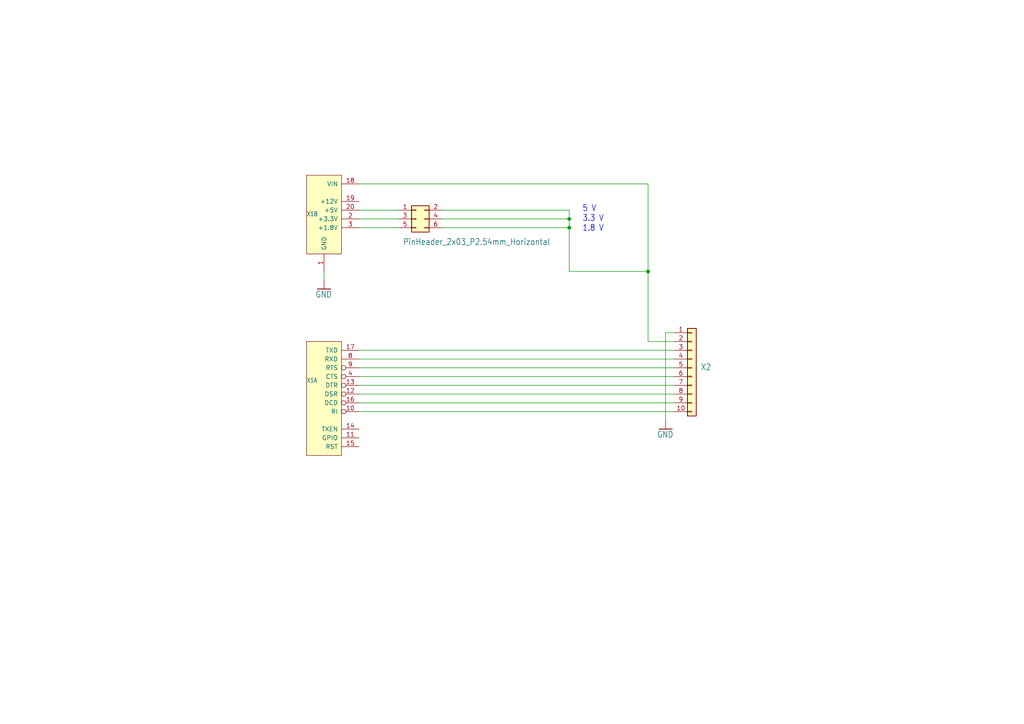
<source format=kicad_sch>
(kicad_sch (version 20230121) (generator eeschema)
  (paper "A4")
  (title_block (date "2023-06-26"))
  (lib_symbols
    (symbol "AllSerial TTL-eagle-import:GND" (power)
      (property "Value" "GND" (at -2.54 -2.54 0))
      (symbol "GND_1_0"
        (polyline (pts (xy -1.905 0) (xy 1.905 0)) (stroke (width 0.254)))
        (pin power_in line (at 0 2.54 270) (length 2.54) (name "GND") (number "1"))
      )
    )
    (symbol "AllSerial:AllSerial_Connector" (pin_names (offset 1.016))
      (property "Reference" "X" (at -5.08 19.05 0))
      (symbol "AllSerial_Connector_1_0"
        (pin input inverted (at 10.16 -2.54 180) (length 5.08) (name "RI") (number "10"))
        (pin bidirectional line (at 10.16 -10.16 180) (length 5.08) (name "GPIO") (number "11"))
        (pin input inverted (at 10.16 2.54 180) (length 5.08) (name "DSR") (number "12"))
        (pin output inverted (at 10.16 5.08 180) (length 5.08) (name "DTR") (number "13"))
        (pin output line (at 10.16 -7.62 180) (length 5.08) (name "TXEN") (number "14"))
        (pin bidirectional line (at 10.16 -12.7 180) (length 5.08) (name "RST") (number "15"))
        (pin input inverted (at 10.16 0 180) (length 5.08) (name "DCD") (number "16"))
        (pin output line (at 10.16 15.24 180) (length 5.08) (name "TXD") (number "17"))
        (pin input inverted (at 10.16 7.62 180) (length 5.08) (name "CTS") (number "4"))
        (pin input line (at 10.16 12.7 180) (length 5.08) (name "RXD") (number "8"))
        (pin output inverted (at 10.16 10.16 180) (length 5.08) (name "RTS") (number "9"))
      )
      (symbol "AllSerial_Connector_1_1"
        (rectangle (start -5.08 17.78) (end 5.08 -15.24) (fill (type background)))
      )
      (symbol "AllSerial_Connector_2_0"
        (pin bidirectional line (at 0 -10.16 90) (length 5.08) (name "GND") (number "1"))
        (pin bidirectional line (at 10.16 15.24 180) (length 5.08) (name "VIN") (number "18"))
        (pin bidirectional line (at 10.16 10.16 180) (length 5.08) (name "+12V") (number "19"))
        (pin bidirectional line (at 10.16 5.08 180) (length 5.08) (name "+3.3V") (number "2"))
        (pin bidirectional line (at 10.16 7.62 180) (length 5.08) (name "+5V") (number "20"))
        (pin bidirectional line (at 10.16 2.54 180) (length 5.08) (name "+1.8V") (number "3"))
      )
      (symbol "AllSerial_Connector_2_1"
        (rectangle (start -5.08 17.78) (end 5.08 -5.08) (fill (type background)))
      )
      (symbol "AllSerial_Connector_3_0"
        (pin bidirectional line (at 10.16 10.16 180) (length 5.08) (name "D-") (number "5"))
        (pin bidirectional line (at 10.16 12.7 180) (length 5.08) (name "D+") (number "6"))
        (pin bidirectional line (at 10.16 15.24 180) (length 5.08) (name "VUSB") (number "7"))
      )
      (symbol "AllSerial_Connector_3_1"
        (rectangle (start -5.08 17.78) (end 5.08 7.62) (fill (type background)))
      )
    )
    (symbol "Connector_Generic:Conn_01x10" (pin_names (offset 1.016) hide)
      (property "Reference" "J" (at 0 12.7 0))
      (property "Value" "Conn_01x10" (at 0 -15.24 0))
      (symbol "Conn_01x10_1_1"
        (rectangle (start -1.27 -12.573) (end 0 -12.827) (stroke (width 0.1524)))
        (rectangle (start -1.27 -10.033) (end 0 -10.287) (stroke (width 0.1524)))
        (rectangle (start -1.27 -7.493) (end 0 -7.747) (stroke (width 0.1524)))
        (rectangle (start -1.27 -4.953) (end 0 -5.207) (stroke (width 0.1524)))
        (rectangle (start -1.27 -2.413) (end 0 -2.667) (stroke (width 0.1524)))
        (rectangle (start -1.27 0.127) (end 0 -0.127) (stroke (width 0.1524)))
        (rectangle (start -1.27 2.667) (end 0 2.413) (stroke (width 0.1524)))
        (rectangle (start -1.27 5.207) (end 0 4.953) (stroke (width 0.1524)))
        (rectangle (start -1.27 7.747) (end 0 7.493) (stroke (width 0.1524)))
        (rectangle (start -1.27 10.287) (end 0 10.033) (stroke (width 0.1524)))
        (rectangle (start -1.27 11.43) (end 1.27 -13.97) (stroke (width 0.254)) (fill (type background)))
        (pin passive line (at -5.08 10.16 0) (length 3.81) (name "Pin_1") (number "1"))
        (pin passive line (at -5.08 -12.7 0) (length 3.81) (name "Pin_10") (number "10"))
        (pin passive line (at -5.08 7.62 0) (length 3.81) (name "Pin_2") (number "2"))
        (pin passive line (at -5.08 5.08 0) (length 3.81) (name "Pin_3") (number "3"))
        (pin passive line (at -5.08 2.54 0) (length 3.81) (name "Pin_4") (number "4"))
        (pin passive line (at -5.08 0 0) (length 3.81) (name "Pin_5") (number "5"))
        (pin passive line (at -5.08 -2.54 0) (length 3.81) (name "Pin_6") (number "6"))
        (pin passive line (at -5.08 -5.08 0) (length 3.81) (name "Pin_7") (number "7"))
        (pin passive line (at -5.08 -7.62 0) (length 3.81) (name "Pin_8") (number "8"))
        (pin passive line (at -5.08 -10.16 0) (length 3.81) (name "Pin_9") (number "9"))
      )
    )
    (symbol "Connector_Generic:Conn_02x03_Odd_Even" (pin_names (offset 1.016) hide)
      (property "Reference" "J" (at 1.27 5.08 0))
      (property "Value" "Conn_02x03_Odd_Even" (at 1.27 -5.08 0))
      (symbol "Conn_02x03_Odd_Even_1_1"
        (rectangle (start -1.27 -2.413) (end 0 -2.667) (stroke (width 0.1524)))
        (rectangle (start -1.27 0.127) (end 0 -0.127) (stroke (width 0.1524)))
        (rectangle (start -1.27 2.667) (end 0 2.413) (stroke (width 0.1524)))
        (rectangle (start -1.27 3.81) (end 3.81 -3.81) (stroke (width 0.254)) (fill (type background)))
        (rectangle (start 3.81 -2.413) (end 2.54 -2.667) (stroke (width 0.1524)))
        (rectangle (start 3.81 0.127) (end 2.54 -0.127) (stroke (width 0.1524)))
        (rectangle (start 3.81 2.667) (end 2.54 2.413) (stroke (width 0.1524)))
        (pin passive line (at -5.08 2.54 0) (length 3.81) (name "Pin_1") (number "1"))
        (pin passive line (at 7.62 2.54 180) (length 3.81) (name "Pin_2") (number "2"))
        (pin passive line (at -5.08 0 0) (length 3.81) (name "Pin_3") (number "3"))
        (pin passive line (at 7.62 0 180) (length 3.81) (name "Pin_4") (number "4"))
        (pin passive line (at -5.08 -2.54 0) (length 3.81) (name "Pin_5") (number "5"))
        (pin passive line (at 7.62 -2.54 180) (length 3.81) (name "Pin_6") (number "6"))
      )
    )
  )
  (junction (at 165.1 66.04))
  (junction (at 165.1 63.5))
  (junction (at 187.96 78.74))
  (wire (pts (xy 128.27 66.04) (xy 129.54 66.04)))
  (wire (pts (xy 195.58 104.14) (xy 104.14 104.14)) (stroke (width 0.1524)))
  (wire (pts (xy 93.98 81.28) (xy 93.98 78.74)) (stroke (width 0.1524)))
  (wire (pts (xy 195.58 109.22) (xy 104.14 109.22)) (stroke (width 0.1524)))
  (wire (pts (xy 104.14 53.34) (xy 187.96 53.34)) (stroke (width 0.1524)))
  (wire (pts (xy 129.54 63.5) (xy 165.1 63.5)) (stroke (width 0.1524)))
  (wire (pts (xy 104.14 63.5) (xy 114.3 63.5)) (stroke (width 0.1524)))
  (wire (pts (xy 165.1 63.5) (xy 165.1 60.96)) (stroke (width 0.1524)))
  (wire (pts (xy 195.58 99.06) (xy 187.96 99.06)) (stroke (width 0.1524)))
  (wire (pts (xy 193.04 96.52) (xy 193.04 121.92)) (stroke (width 0.1524)))
  (wire (pts (xy 104.14 60.96) (xy 114.3 60.96)) (stroke (width 0.1524)))
  (wire (pts (xy 195.58 111.76) (xy 104.14 111.76)) (stroke (width 0.1524)))
  (wire (pts (xy 195.58 119.38) (xy 104.14 119.38)) (stroke (width 0.1524)))
  (wire (pts (xy 129.54 66.04) (xy 165.1 66.04)) (stroke (width 0.1524)))
  (wire (pts (xy 114.3 63.5) (xy 115.57 63.5)))
  (wire (pts (xy 114.3 60.96) (xy 115.57 60.96)))
  (wire (pts (xy 104.14 106.68) (xy 195.58 106.68)) (stroke (width 0.1524)))
  (wire (pts (xy 165.1 78.74) (xy 165.1 66.04)) (stroke (width 0.1524)))
  (wire (pts (xy 187.96 53.34) (xy 187.96 78.74)) (stroke (width 0.1524)))
  (wire (pts (xy 195.58 96.52) (xy 193.04 96.52)) (stroke (width 0.1524)))
  (wire (pts (xy 195.58 114.3) (xy 104.14 114.3)) (stroke (width 0.1524)))
  (wire (pts (xy 129.54 60.96) (xy 165.1 60.96)) (stroke (width 0.1524)))
  (wire (pts (xy 165.1 78.74) (xy 187.96 78.74)) (stroke (width 0.1524)))
  (wire (pts (xy 104.14 116.84) (xy 195.58 116.84)) (stroke (width 0.1524)))
  (wire (pts (xy 114.3 66.04) (xy 115.57 66.04)))
  (wire (pts (xy 165.1 66.04) (xy 165.1 63.5)) (stroke (width 0.1524)))
  (wire (pts (xy 128.27 63.5) (xy 129.54 63.5)))
  (wire (pts (xy 104.14 66.04) (xy 114.3 66.04)) (stroke (width 0.1524)))
  (wire (pts (xy 187.96 78.74) (xy 187.96 99.06)) (stroke (width 0.1524)))
  (wire (pts (xy 195.58 101.6) (xy 104.14 101.6)) (stroke (width 0.1524)))
  (wire (pts (xy 128.27 60.96) (xy 129.54 60.96)))
  (text "5 V\n3.3 V\n1.8 V" (at 168.91 67.31 0) (effects (font (size 1.778 1.5113)) (justify left bottom)))
  (symbol (lib_id "AllSerial:AllSerial_Connector") (at 93.98 68.58 0) (unit 2)
    (property "Reference" "X1" (at 88.9 62.738 0) (effects (font (size 1.27 1.0795)) (justify left bottom)))
    (property "Value" "ALLSERIALSLAVE" (effects hide))
    (property "Footprint" "AllSerial:SlaveBoard" (effects hide))
  )
  (symbol (lib_id "Connector_Generic:Conn_02x03_Odd_Even") (at 120.65 63.5 0) (unit 1)
    (property "Reference" "X3" (effects hide))
    (property "Value" "PinHeader_2x03_P2.54mm_Horizontal" (at 116.84 71.12 0) (effects (font (size 1.778 1.5113)) (justify left bottom)))
    (property "Footprint" "Connector_PinHeader_2.54mm:PinHeader_2x03_P2.54mm_Horizontal" (effects hide))
  )
  (symbol (lib_id "AllSerial TTL-eagle-import:GND") (at 193.04 124.46 0) (unit 1)
    (property "Reference" "#GND02" (effects hide))
    (property "Value" "GND" (at 190.5 127 0) (effects (font (size 1.778 1.5113)) (justify left bottom)))
  )
  (symbol (lib_id "Connector_Generic:Conn_01x10") (at 200.66 106.68 0) (unit 1)
    (property "Reference" "X2" (at 203.2 107.442 0) (effects (font (size 1.778 1.5113)) (justify left bottom)))
    (property "Value" "AKL18X-10W" (effects hide))
    (property "Footprint" "AllSerial:Metz_PT11310HBBN_182" (effects hide))
    (property "OC_REICHELT" "AKL 182-10" (effects hide))
  )
  (symbol (lib_id "AllSerial TTL-eagle-import:GND") (at 93.98 83.82 0) (unit 1)
    (property "Reference" "#GND01" (effects hide))
    (property "Value" "GND" (at 91.44 86.36 0) (effects (font (size 1.778 1.5113)) (justify left bottom)))
  )
  (symbol (lib_id "AllSerial:AllSerial_Connector") (at 93.98 116.84 0) (unit 1)
    (property "Reference" "X1" (at 88.9 110.998 0) (effects (font (size 1.27 1.0795)) (justify left bottom)))
    (property "Value" "ALLSERIALSLAVE" (effects hide))
    (property "Footprint" "AllSerial:SlaveBoard" (effects hide))
  )
)
</source>
